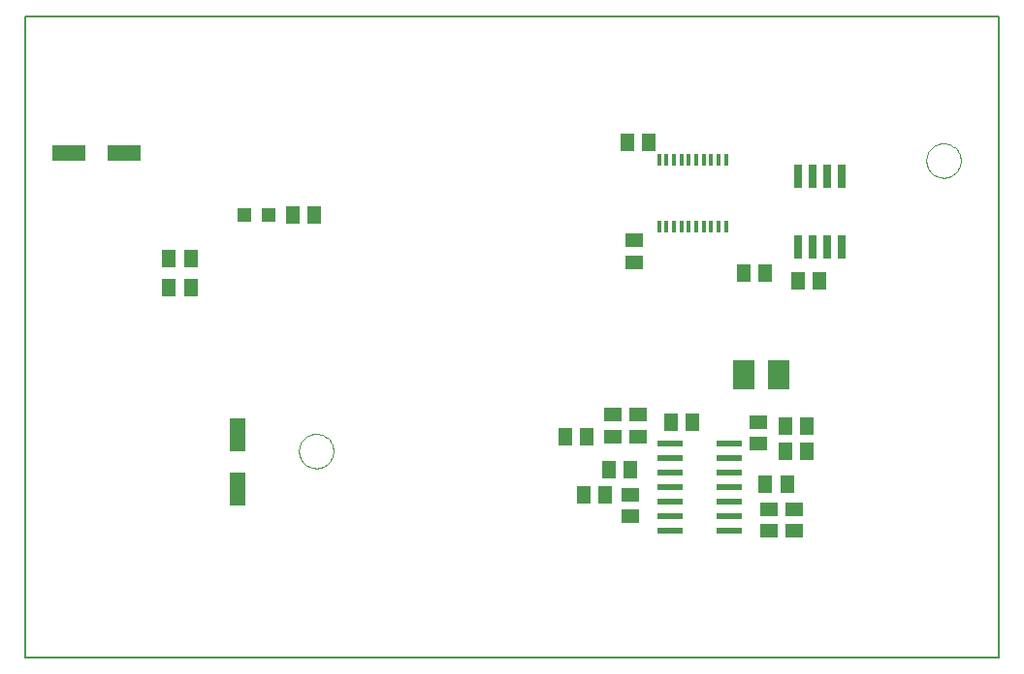
<source format=gtp>
G75*
G70*
%OFA0B0*%
%FSLAX24Y24*%
%IPPOS*%
%LPD*%
%AMOC8*
5,1,8,0,0,1.08239X$1,22.5*
%
%ADD10R,0.0472X0.0472*%
%ADD11R,0.0512X0.0630*%
%ADD12C,0.0050*%
%ADD13C,0.0000*%
%ADD14R,0.0260X0.0800*%
%ADD15R,0.0512X0.0591*%
%ADD16R,0.0120X0.0390*%
%ADD17R,0.0591X0.0512*%
%ADD18R,0.0866X0.0236*%
%ADD19R,0.0630X0.0512*%
%ADD20R,0.0551X0.1181*%
%ADD21R,0.1181X0.0551*%
%ADD22R,0.0768X0.0984*%
D10*
X007689Y015621D03*
X008515Y015621D03*
D11*
X009353Y015621D03*
X010101Y015621D03*
X005851Y014121D03*
X005103Y014121D03*
X005103Y013121D03*
X005851Y013121D03*
X018728Y007996D03*
X019476Y007996D03*
X019353Y005996D03*
X020101Y005996D03*
X026290Y007496D03*
X027038Y007496D03*
X027038Y008371D03*
X026290Y008371D03*
X025601Y013621D03*
X024853Y013621D03*
D12*
X000157Y022448D02*
X000157Y000401D01*
X033622Y000401D01*
X033622Y022448D01*
X000157Y022448D01*
D13*
X009573Y007496D02*
X009575Y007544D01*
X009581Y007592D01*
X009591Y007639D01*
X009604Y007685D01*
X009622Y007730D01*
X009642Y007774D01*
X009667Y007816D01*
X009695Y007855D01*
X009725Y007892D01*
X009759Y007926D01*
X009796Y007958D01*
X009834Y007987D01*
X009875Y008012D01*
X009918Y008034D01*
X009963Y008052D01*
X010009Y008066D01*
X010056Y008077D01*
X010104Y008084D01*
X010152Y008087D01*
X010200Y008086D01*
X010248Y008081D01*
X010296Y008072D01*
X010342Y008060D01*
X010387Y008043D01*
X010431Y008023D01*
X010473Y008000D01*
X010513Y007973D01*
X010551Y007943D01*
X010586Y007910D01*
X010618Y007874D01*
X010648Y007836D01*
X010674Y007795D01*
X010696Y007752D01*
X010716Y007708D01*
X010731Y007663D01*
X010743Y007616D01*
X010751Y007568D01*
X010755Y007520D01*
X010755Y007472D01*
X010751Y007424D01*
X010743Y007376D01*
X010731Y007329D01*
X010716Y007284D01*
X010696Y007240D01*
X010674Y007197D01*
X010648Y007156D01*
X010618Y007118D01*
X010586Y007082D01*
X010551Y007049D01*
X010513Y007019D01*
X010473Y006992D01*
X010431Y006969D01*
X010387Y006949D01*
X010342Y006932D01*
X010296Y006920D01*
X010248Y006911D01*
X010200Y006906D01*
X010152Y006905D01*
X010104Y006908D01*
X010056Y006915D01*
X010009Y006926D01*
X009963Y006940D01*
X009918Y006958D01*
X009875Y006980D01*
X009834Y007005D01*
X009796Y007034D01*
X009759Y007066D01*
X009725Y007100D01*
X009695Y007137D01*
X009667Y007176D01*
X009642Y007218D01*
X009622Y007262D01*
X009604Y007307D01*
X009591Y007353D01*
X009581Y007400D01*
X009575Y007448D01*
X009573Y007496D01*
X031136Y017496D02*
X031138Y017544D01*
X031144Y017592D01*
X031154Y017639D01*
X031167Y017685D01*
X031185Y017730D01*
X031205Y017774D01*
X031230Y017816D01*
X031258Y017855D01*
X031288Y017892D01*
X031322Y017926D01*
X031359Y017958D01*
X031397Y017987D01*
X031438Y018012D01*
X031481Y018034D01*
X031526Y018052D01*
X031572Y018066D01*
X031619Y018077D01*
X031667Y018084D01*
X031715Y018087D01*
X031763Y018086D01*
X031811Y018081D01*
X031859Y018072D01*
X031905Y018060D01*
X031950Y018043D01*
X031994Y018023D01*
X032036Y018000D01*
X032076Y017973D01*
X032114Y017943D01*
X032149Y017910D01*
X032181Y017874D01*
X032211Y017836D01*
X032237Y017795D01*
X032259Y017752D01*
X032279Y017708D01*
X032294Y017663D01*
X032306Y017616D01*
X032314Y017568D01*
X032318Y017520D01*
X032318Y017472D01*
X032314Y017424D01*
X032306Y017376D01*
X032294Y017329D01*
X032279Y017284D01*
X032259Y017240D01*
X032237Y017197D01*
X032211Y017156D01*
X032181Y017118D01*
X032149Y017082D01*
X032114Y017049D01*
X032076Y017019D01*
X032036Y016992D01*
X031994Y016969D01*
X031950Y016949D01*
X031905Y016932D01*
X031859Y016920D01*
X031811Y016911D01*
X031763Y016906D01*
X031715Y016905D01*
X031667Y016908D01*
X031619Y016915D01*
X031572Y016926D01*
X031526Y016940D01*
X031481Y016958D01*
X031438Y016980D01*
X031397Y017005D01*
X031359Y017034D01*
X031322Y017066D01*
X031288Y017100D01*
X031258Y017137D01*
X031230Y017176D01*
X031205Y017218D01*
X031185Y017262D01*
X031167Y017307D01*
X031154Y017353D01*
X031144Y017400D01*
X031138Y017448D01*
X031136Y017496D01*
D14*
X028227Y016956D03*
X027727Y016956D03*
X027227Y016956D03*
X026727Y016956D03*
X026727Y014536D03*
X027227Y014536D03*
X027727Y014536D03*
X028227Y014536D03*
D15*
X027476Y013371D03*
X026728Y013371D03*
X023101Y008496D03*
X022353Y008496D03*
X020976Y006871D03*
X020228Y006871D03*
X025603Y006371D03*
X026351Y006371D03*
X021601Y018121D03*
X020853Y018121D03*
D16*
X021950Y017520D03*
X022206Y017520D03*
X022462Y017520D03*
X022718Y017520D03*
X022974Y017520D03*
X023230Y017520D03*
X023486Y017520D03*
X023742Y017520D03*
X023998Y017520D03*
X024254Y017520D03*
X024254Y015223D03*
X023998Y015223D03*
X023742Y015223D03*
X023486Y015223D03*
X023230Y015223D03*
X022974Y015223D03*
X022718Y015223D03*
X022462Y015223D03*
X022206Y015223D03*
X021950Y015223D03*
D17*
X021102Y014745D03*
X021102Y013997D03*
X021227Y008745D03*
X021227Y007997D03*
X025352Y007747D03*
X025352Y008495D03*
D18*
X024376Y007746D03*
X024376Y007246D03*
X024376Y006746D03*
X024376Y006246D03*
X024376Y005746D03*
X024376Y005246D03*
X024376Y004746D03*
X022328Y004746D03*
X022328Y005246D03*
X022328Y005746D03*
X022328Y006246D03*
X022328Y006746D03*
X022328Y007246D03*
X022328Y007746D03*
D19*
X020352Y007997D03*
X020352Y008745D03*
X020977Y005995D03*
X020977Y005247D03*
X025727Y005495D03*
X026602Y005495D03*
X026602Y004747D03*
X025727Y004747D03*
D20*
X007477Y006177D03*
X007477Y008066D03*
D21*
X003547Y017746D03*
X001657Y017746D03*
D22*
X024877Y010121D03*
X026077Y010121D03*
M02*

</source>
